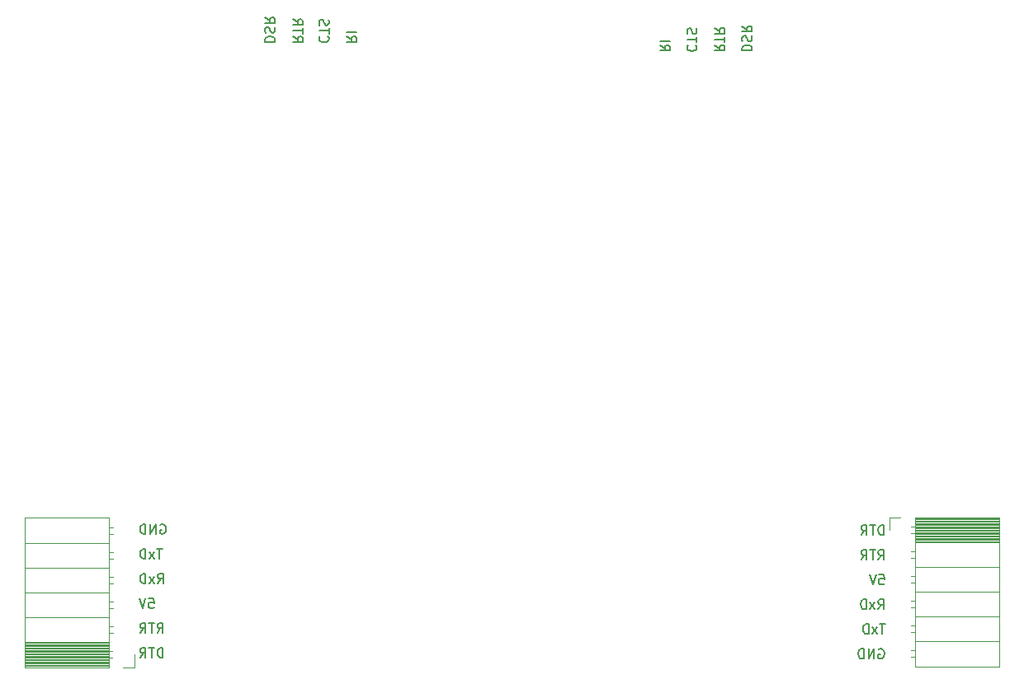
<source format=gbr>
G04 #@! TF.GenerationSoftware,KiCad,Pcbnew,5.1.9-73d0e3b20d~88~ubuntu20.04.1*
G04 #@! TF.CreationDate,2021-03-17T08:49:08+01:00*
G04 #@! TF.ProjectId,rs232-sniffer,72733233-322d-4736-9e69-666665722e6b,V20.0.1*
G04 #@! TF.SameCoordinates,PX206cc80PY7bfa480*
G04 #@! TF.FileFunction,Legend,Bot*
G04 #@! TF.FilePolarity,Positive*
%FSLAX46Y46*%
G04 Gerber Fmt 4.6, Leading zero omitted, Abs format (unit mm)*
G04 Created by KiCad (PCBNEW 5.1.9-73d0e3b20d~88~ubuntu20.04.1) date 2021-03-17 08:49:08*
%MOMM*%
%LPD*%
G01*
G04 APERTURE LIST*
%ADD10C,0.200000*%
%ADD11C,0.120000*%
G04 APERTURE END LIST*
D10*
X15561904Y32800000D02*
X15657142Y32847620D01*
X15800000Y32847620D01*
X15942857Y32800000D01*
X16038095Y32704762D01*
X16085714Y32609524D01*
X16133333Y32419048D01*
X16133333Y32276191D01*
X16085714Y32085715D01*
X16038095Y31990477D01*
X15942857Y31895239D01*
X15800000Y31847620D01*
X15704761Y31847620D01*
X15561904Y31895239D01*
X15514285Y31942858D01*
X15514285Y32276191D01*
X15704761Y32276191D01*
X15085714Y31847620D02*
X15085714Y32847620D01*
X14514285Y31847620D01*
X14514285Y32847620D01*
X14038095Y31847620D02*
X14038095Y32847620D01*
X13800000Y32847620D01*
X13657142Y32800000D01*
X13561904Y32704762D01*
X13514285Y32609524D01*
X13466666Y32419048D01*
X13466666Y32276191D01*
X13514285Y32085715D01*
X13561904Y31990477D01*
X13657142Y31895239D01*
X13800000Y31847620D01*
X14038095Y31847620D01*
X14371428Y25227620D02*
X14847618Y25227620D01*
X14895237Y24751429D01*
X14847618Y24799048D01*
X14752380Y24846667D01*
X14514285Y24846667D01*
X14419047Y24799048D01*
X14371428Y24751429D01*
X14323809Y24656191D01*
X14323809Y24418096D01*
X14371428Y24322858D01*
X14419047Y24275239D01*
X14514285Y24227620D01*
X14752380Y24227620D01*
X14847618Y24275239D01*
X14895237Y24322858D01*
X14038094Y25227620D02*
X13704761Y24227620D01*
X13371428Y25227620D01*
X15228571Y21687620D02*
X15561904Y22163810D01*
X15800000Y21687620D02*
X15800000Y22687620D01*
X15419047Y22687620D01*
X15323809Y22640000D01*
X15276190Y22592381D01*
X15228571Y22497143D01*
X15228571Y22354286D01*
X15276190Y22259048D01*
X15323809Y22211429D01*
X15419047Y22163810D01*
X15800000Y22163810D01*
X14942857Y22687620D02*
X14371428Y22687620D01*
X14657143Y21687620D02*
X14657143Y22687620D01*
X13466666Y21687620D02*
X13800000Y22163810D01*
X14038095Y21687620D02*
X14038095Y22687620D01*
X13657143Y22687620D01*
X13561904Y22640000D01*
X13514285Y22592381D01*
X13466666Y22497143D01*
X13466666Y22354286D01*
X13514285Y22259048D01*
X13561904Y22211429D01*
X13657143Y22163810D01*
X14038095Y22163810D01*
X15276190Y26767620D02*
X15609523Y27243810D01*
X15847618Y26767620D02*
X15847618Y27767620D01*
X15466666Y27767620D01*
X15371428Y27720000D01*
X15323809Y27672381D01*
X15276190Y27577143D01*
X15276190Y27434286D01*
X15323809Y27339048D01*
X15371428Y27291429D01*
X15466666Y27243810D01*
X15847618Y27243810D01*
X14942856Y26767620D02*
X14419047Y27434286D01*
X14942856Y27434286D02*
X14419047Y26767620D01*
X14038094Y26767620D02*
X14038094Y27767620D01*
X13799999Y27767620D01*
X13657142Y27720000D01*
X13561904Y27624762D01*
X13514285Y27529524D01*
X13466666Y27339048D01*
X13466666Y27196191D01*
X13514285Y27005715D01*
X13561904Y26910477D01*
X13657142Y26815239D01*
X13799999Y26767620D01*
X14038094Y26767620D01*
X15752381Y30307620D02*
X15180952Y30307620D01*
X15466666Y29307620D02*
X15466666Y30307620D01*
X14942857Y29307620D02*
X14419047Y29974286D01*
X14942857Y29974286D02*
X14419047Y29307620D01*
X14038095Y29307620D02*
X14038095Y30307620D01*
X13800000Y30307620D01*
X13657143Y30260000D01*
X13561905Y30164762D01*
X13514285Y30069524D01*
X13466666Y29879048D01*
X13466666Y29736191D01*
X13514285Y29545715D01*
X13561905Y29450477D01*
X13657143Y29355239D01*
X13800000Y29307620D01*
X14038095Y29307620D01*
X15800000Y19147620D02*
X15800000Y20147620D01*
X15561904Y20147620D01*
X15419047Y20100000D01*
X15323809Y20004762D01*
X15276190Y19909524D01*
X15228571Y19719048D01*
X15228571Y19576191D01*
X15276190Y19385715D01*
X15323809Y19290477D01*
X15419047Y19195239D01*
X15561904Y19147620D01*
X15800000Y19147620D01*
X14942857Y20147620D02*
X14371428Y20147620D01*
X14657143Y19147620D02*
X14657143Y20147620D01*
X13466666Y19147620D02*
X13800000Y19623810D01*
X14038095Y19147620D02*
X14038095Y20147620D01*
X13657143Y20147620D01*
X13561904Y20100000D01*
X13514285Y20052381D01*
X13466666Y19957143D01*
X13466666Y19814286D01*
X13514285Y19719048D01*
X13561904Y19671429D01*
X13657143Y19623810D01*
X14038095Y19623810D01*
X89261904Y20000000D02*
X89357142Y20047620D01*
X89500000Y20047620D01*
X89642857Y20000000D01*
X89738095Y19904762D01*
X89785714Y19809524D01*
X89833333Y19619048D01*
X89833333Y19476191D01*
X89785714Y19285715D01*
X89738095Y19190477D01*
X89642857Y19095239D01*
X89500000Y19047620D01*
X89404761Y19047620D01*
X89261904Y19095239D01*
X89214285Y19142858D01*
X89214285Y19476191D01*
X89404761Y19476191D01*
X88785714Y19047620D02*
X88785714Y20047620D01*
X88214285Y19047620D01*
X88214285Y20047620D01*
X87738095Y19047620D02*
X87738095Y20047620D01*
X87500000Y20047620D01*
X87357142Y20000000D01*
X87261904Y19904762D01*
X87214285Y19809524D01*
X87166666Y19619048D01*
X87166666Y19476191D01*
X87214285Y19285715D01*
X87261904Y19190477D01*
X87357142Y19095239D01*
X87500000Y19047620D01*
X87738095Y19047620D01*
X89928571Y22587620D02*
X89357142Y22587620D01*
X89642856Y21587620D02*
X89642856Y22587620D01*
X89119047Y21587620D02*
X88595237Y22254286D01*
X89119047Y22254286D02*
X88595237Y21587620D01*
X88214285Y21587620D02*
X88214285Y22587620D01*
X87976190Y22587620D01*
X87833333Y22540000D01*
X87738095Y22444762D01*
X87690475Y22349524D01*
X87642856Y22159048D01*
X87642856Y22016191D01*
X87690475Y21825715D01*
X87738095Y21730477D01*
X87833333Y21635239D01*
X87976190Y21587620D01*
X88214285Y21587620D01*
X89214286Y24127620D02*
X89547619Y24603810D01*
X89785714Y24127620D02*
X89785714Y25127620D01*
X89404762Y25127620D01*
X89309524Y25080000D01*
X89261905Y25032381D01*
X89214286Y24937143D01*
X89214286Y24794286D01*
X89261905Y24699048D01*
X89309524Y24651429D01*
X89404762Y24603810D01*
X89785714Y24603810D01*
X88880952Y24127620D02*
X88357143Y24794286D01*
X88880952Y24794286D02*
X88357143Y24127620D01*
X87976190Y24127620D02*
X87976190Y25127620D01*
X87738095Y25127620D01*
X87595238Y25080000D01*
X87500000Y24984762D01*
X87452381Y24889524D01*
X87404762Y24699048D01*
X87404762Y24556191D01*
X87452381Y24365715D01*
X87500000Y24270477D01*
X87595238Y24175239D01*
X87738095Y24127620D01*
X87976190Y24127620D01*
X89309524Y27667620D02*
X89785714Y27667620D01*
X89833333Y27191429D01*
X89785714Y27239048D01*
X89690476Y27286667D01*
X89452381Y27286667D01*
X89357143Y27239048D01*
X89309524Y27191429D01*
X89261905Y27096191D01*
X89261905Y26858096D01*
X89309524Y26762858D01*
X89357143Y26715239D01*
X89452381Y26667620D01*
X89690476Y26667620D01*
X89785714Y26715239D01*
X89833333Y26762858D01*
X88976190Y27667620D02*
X88642857Y26667620D01*
X88309524Y27667620D01*
X89214285Y29207620D02*
X89547618Y29683810D01*
X89785714Y29207620D02*
X89785714Y30207620D01*
X89404761Y30207620D01*
X89309523Y30160000D01*
X89261904Y30112381D01*
X89214285Y30017143D01*
X89214285Y29874286D01*
X89261904Y29779048D01*
X89309523Y29731429D01*
X89404761Y29683810D01*
X89785714Y29683810D01*
X88928571Y30207620D02*
X88357142Y30207620D01*
X88642857Y29207620D02*
X88642857Y30207620D01*
X87452380Y29207620D02*
X87785714Y29683810D01*
X88023809Y29207620D02*
X88023809Y30207620D01*
X87642857Y30207620D01*
X87547618Y30160000D01*
X87499999Y30112381D01*
X87452380Y30017143D01*
X87452380Y29874286D01*
X87499999Y29779048D01*
X87547618Y29731429D01*
X87642857Y29683810D01*
X88023809Y29683810D01*
X89785714Y31747620D02*
X89785714Y32747620D01*
X89547618Y32747620D01*
X89404761Y32700000D01*
X89309523Y32604762D01*
X89261904Y32509524D01*
X89214285Y32319048D01*
X89214285Y32176191D01*
X89261904Y31985715D01*
X89309523Y31890477D01*
X89404761Y31795239D01*
X89547618Y31747620D01*
X89785714Y31747620D01*
X88928571Y32747620D02*
X88357142Y32747620D01*
X88642857Y31747620D02*
X88642857Y32747620D01*
X87452380Y31747620D02*
X87785714Y32223810D01*
X88023809Y31747620D02*
X88023809Y32747620D01*
X87642857Y32747620D01*
X87547618Y32700000D01*
X87499999Y32652381D01*
X87452380Y32557143D01*
X87452380Y32414286D01*
X87499999Y32319048D01*
X87547618Y32271429D01*
X87642857Y32223810D01*
X88023809Y32223810D01*
X75247619Y81507143D02*
X76247619Y81507143D01*
X76247619Y81745238D01*
X76200000Y81888096D01*
X76104761Y81983334D01*
X76009523Y82030953D01*
X75819047Y82078572D01*
X75676190Y82078572D01*
X75485714Y82030953D01*
X75390476Y81983334D01*
X75295238Y81888096D01*
X75247619Y81745238D01*
X75247619Y81507143D01*
X75295238Y82459524D02*
X75247619Y82602381D01*
X75247619Y82840477D01*
X75295238Y82935715D01*
X75342857Y82983334D01*
X75438095Y83030953D01*
X75533333Y83030953D01*
X75628571Y82983334D01*
X75676190Y82935715D01*
X75723809Y82840477D01*
X75771428Y82650000D01*
X75819047Y82554762D01*
X75866666Y82507143D01*
X75961904Y82459524D01*
X76057142Y82459524D01*
X76152380Y82507143D01*
X76200000Y82554762D01*
X76247619Y82650000D01*
X76247619Y82888096D01*
X76200000Y83030953D01*
X75247619Y84030953D02*
X75723809Y83697619D01*
X75247619Y83459524D02*
X76247619Y83459524D01*
X76247619Y83840477D01*
X76200000Y83935715D01*
X76152380Y83983334D01*
X76057142Y84030953D01*
X75914285Y84030953D01*
X75819047Y83983334D01*
X75771428Y83935715D01*
X75723809Y83840477D01*
X75723809Y83459524D01*
X72447619Y82078572D02*
X72923809Y81745239D01*
X72447619Y81507143D02*
X73447619Y81507143D01*
X73447619Y81888096D01*
X73400000Y81983334D01*
X73352380Y82030953D01*
X73257142Y82078572D01*
X73114285Y82078572D01*
X73019047Y82030953D01*
X72971428Y81983334D01*
X72923809Y81888096D01*
X72923809Y81507143D01*
X73447619Y82364286D02*
X73447619Y82935715D01*
X72447619Y82650000D02*
X73447619Y82650000D01*
X72447619Y83840477D02*
X72923809Y83507143D01*
X72447619Y83269048D02*
X73447619Y83269048D01*
X73447619Y83650000D01*
X73400000Y83745239D01*
X73352380Y83792858D01*
X73257142Y83840477D01*
X73114285Y83840477D01*
X73019047Y83792858D01*
X72971428Y83745239D01*
X72923809Y83650000D01*
X72923809Y83269048D01*
X69692857Y82078571D02*
X69645238Y82030952D01*
X69597619Y81888095D01*
X69597619Y81792857D01*
X69645238Y81650000D01*
X69740476Y81554762D01*
X69835714Y81507143D01*
X70026190Y81459524D01*
X70169047Y81459524D01*
X70359523Y81507143D01*
X70454761Y81554762D01*
X70550000Y81650000D01*
X70597619Y81792857D01*
X70597619Y81888095D01*
X70550000Y82030952D01*
X70502380Y82078571D01*
X70597619Y82364286D02*
X70597619Y82935714D01*
X69597619Y82650000D02*
X70597619Y82650000D01*
X69645238Y83221429D02*
X69597619Y83364286D01*
X69597619Y83602381D01*
X69645238Y83697619D01*
X69692857Y83745238D01*
X69788095Y83792857D01*
X69883333Y83792857D01*
X69978571Y83745238D01*
X70026190Y83697619D01*
X70073809Y83602381D01*
X70121428Y83411905D01*
X70169047Y83316667D01*
X70216666Y83269048D01*
X70311904Y83221429D01*
X70407142Y83221429D01*
X70502380Y83269048D01*
X70550000Y83316667D01*
X70597619Y83411905D01*
X70597619Y83650000D01*
X70550000Y83792857D01*
X66847619Y82078571D02*
X67323809Y81745238D01*
X66847619Y81507142D02*
X67847619Y81507142D01*
X67847619Y81888095D01*
X67800000Y81983333D01*
X67752380Y82030952D01*
X67657142Y82078571D01*
X67514285Y82078571D01*
X67419047Y82030952D01*
X67371428Y81983333D01*
X67323809Y81888095D01*
X67323809Y81507142D01*
X66847619Y82507142D02*
X67847619Y82507142D01*
X34697619Y82978571D02*
X35173809Y82645238D01*
X34697619Y82407142D02*
X35697619Y82407142D01*
X35697619Y82788095D01*
X35650000Y82883333D01*
X35602380Y82930952D01*
X35507142Y82978571D01*
X35364285Y82978571D01*
X35269047Y82930952D01*
X35221428Y82883333D01*
X35173809Y82788095D01*
X35173809Y82407142D01*
X34697619Y83407142D02*
X35697619Y83407142D01*
X31942857Y82978571D02*
X31895238Y82930952D01*
X31847619Y82788095D01*
X31847619Y82692857D01*
X31895238Y82550000D01*
X31990476Y82454762D01*
X32085714Y82407143D01*
X32276190Y82359524D01*
X32419047Y82359524D01*
X32609523Y82407143D01*
X32704761Y82454762D01*
X32800000Y82550000D01*
X32847619Y82692857D01*
X32847619Y82788095D01*
X32800000Y82930952D01*
X32752380Y82978571D01*
X32847619Y83264286D02*
X32847619Y83835714D01*
X31847619Y83550000D02*
X32847619Y83550000D01*
X31895238Y84121429D02*
X31847619Y84264286D01*
X31847619Y84502381D01*
X31895238Y84597619D01*
X31942857Y84645238D01*
X32038095Y84692857D01*
X32133333Y84692857D01*
X32228571Y84645238D01*
X32276190Y84597619D01*
X32323809Y84502381D01*
X32371428Y84311905D01*
X32419047Y84216667D01*
X32466666Y84169048D01*
X32561904Y84121429D01*
X32657142Y84121429D01*
X32752380Y84169048D01*
X32800000Y84216667D01*
X32847619Y84311905D01*
X32847619Y84550000D01*
X32800000Y84692857D01*
X29147619Y82978572D02*
X29623809Y82645239D01*
X29147619Y82407143D02*
X30147619Y82407143D01*
X30147619Y82788096D01*
X30100000Y82883334D01*
X30052380Y82930953D01*
X29957142Y82978572D01*
X29814285Y82978572D01*
X29719047Y82930953D01*
X29671428Y82883334D01*
X29623809Y82788096D01*
X29623809Y82407143D01*
X30147619Y83264286D02*
X30147619Y83835715D01*
X29147619Y83550000D02*
X30147619Y83550000D01*
X29147619Y84740477D02*
X29623809Y84407143D01*
X29147619Y84169048D02*
X30147619Y84169048D01*
X30147619Y84550000D01*
X30100000Y84645239D01*
X30052380Y84692858D01*
X29957142Y84740477D01*
X29814285Y84740477D01*
X29719047Y84692858D01*
X29671428Y84645239D01*
X29623809Y84550000D01*
X29623809Y84169048D01*
X26297619Y82407143D02*
X27297619Y82407143D01*
X27297619Y82645238D01*
X27250000Y82788096D01*
X27154761Y82883334D01*
X27059523Y82930953D01*
X26869047Y82978572D01*
X26726190Y82978572D01*
X26535714Y82930953D01*
X26440476Y82883334D01*
X26345238Y82788096D01*
X26297619Y82645238D01*
X26297619Y82407143D01*
X26345238Y83359524D02*
X26297619Y83502381D01*
X26297619Y83740477D01*
X26345238Y83835715D01*
X26392857Y83883334D01*
X26488095Y83930953D01*
X26583333Y83930953D01*
X26678571Y83883334D01*
X26726190Y83835715D01*
X26773809Y83740477D01*
X26821428Y83550000D01*
X26869047Y83454762D01*
X26916666Y83407143D01*
X27011904Y83359524D01*
X27107142Y83359524D01*
X27202380Y83407143D01*
X27250000Y83454762D01*
X27297619Y83550000D01*
X27297619Y83788096D01*
X27250000Y83930953D01*
X26297619Y84930953D02*
X26773809Y84597619D01*
X26297619Y84359524D02*
X27297619Y84359524D01*
X27297619Y84740477D01*
X27250000Y84835715D01*
X27202380Y84883334D01*
X27107142Y84930953D01*
X26964285Y84930953D01*
X26869047Y84883334D01*
X26821428Y84835715D01*
X26773809Y84740477D01*
X26773809Y84359524D01*
D11*
X11750000Y18170000D02*
X12860000Y18170000D01*
X12860000Y18170000D02*
X12860000Y19500000D01*
X1660000Y18170000D02*
X1660000Y33530000D01*
X1660000Y33530000D02*
X10290000Y33530000D01*
X10290000Y18170000D02*
X10290000Y33530000D01*
X1660000Y18170000D02*
X10290000Y18170000D01*
X1660000Y30930000D02*
X10290000Y30930000D01*
X1660000Y28390000D02*
X10290000Y28390000D01*
X1660000Y25850000D02*
X10290000Y25850000D01*
X1660000Y23310000D02*
X10290000Y23310000D01*
X1660000Y20770000D02*
X10290000Y20770000D01*
X10290000Y32560000D02*
X10700000Y32560000D01*
X10290000Y31840000D02*
X10700000Y31840000D01*
X10290000Y30020000D02*
X10700000Y30020000D01*
X10290000Y29300000D02*
X10700000Y29300000D01*
X10290000Y27480000D02*
X10700000Y27480000D01*
X10290000Y26760000D02*
X10700000Y26760000D01*
X10290000Y24940000D02*
X10700000Y24940000D01*
X10290000Y24220000D02*
X10700000Y24220000D01*
X10290000Y22400000D02*
X10700000Y22400000D01*
X10290000Y21680000D02*
X10700000Y21680000D01*
X10290000Y19860000D02*
X10640000Y19860000D01*
X10290000Y19140000D02*
X10640000Y19140000D01*
X1660000Y20651900D02*
X10290000Y20651900D01*
X1660000Y20533805D02*
X10290000Y20533805D01*
X1660000Y20415710D02*
X10290000Y20415710D01*
X1660000Y20297615D02*
X10290000Y20297615D01*
X1660000Y20179520D02*
X10290000Y20179520D01*
X1660000Y20061425D02*
X10290000Y20061425D01*
X1660000Y19943330D02*
X10290000Y19943330D01*
X1660000Y19825235D02*
X10290000Y19825235D01*
X1660000Y19707140D02*
X10290000Y19707140D01*
X1660000Y19589045D02*
X10290000Y19589045D01*
X1660000Y19470950D02*
X10290000Y19470950D01*
X1660000Y19352855D02*
X10290000Y19352855D01*
X1660000Y19234760D02*
X10290000Y19234760D01*
X1660000Y19116665D02*
X10290000Y19116665D01*
X1660000Y18998570D02*
X10290000Y18998570D01*
X1660000Y18880475D02*
X10290000Y18880475D01*
X1660000Y18762380D02*
X10290000Y18762380D01*
X1660000Y18644285D02*
X10290000Y18644285D01*
X1660000Y18526190D02*
X10290000Y18526190D01*
X1660000Y18408095D02*
X10290000Y18408095D01*
X1660000Y18290000D02*
X10290000Y18290000D01*
X91500000Y33580000D02*
X90390000Y33580000D01*
X90390000Y33580000D02*
X90390000Y32250000D01*
X101590000Y33580000D02*
X101590000Y18220000D01*
X101590000Y18220000D02*
X92960000Y18220000D01*
X92960000Y33580000D02*
X92960000Y18220000D01*
X101590000Y33580000D02*
X92960000Y33580000D01*
X101590000Y20820000D02*
X92960000Y20820000D01*
X101590000Y23360000D02*
X92960000Y23360000D01*
X101590000Y25900000D02*
X92960000Y25900000D01*
X101590000Y28440000D02*
X92960000Y28440000D01*
X101590000Y30980000D02*
X92960000Y30980000D01*
X92960000Y19190000D02*
X92550000Y19190000D01*
X92960000Y19910000D02*
X92550000Y19910000D01*
X92960000Y21730000D02*
X92550000Y21730000D01*
X92960000Y22450000D02*
X92550000Y22450000D01*
X92960000Y24270000D02*
X92550000Y24270000D01*
X92960000Y24990000D02*
X92550000Y24990000D01*
X92960000Y26810000D02*
X92550000Y26810000D01*
X92960000Y27530000D02*
X92550000Y27530000D01*
X92960000Y29350000D02*
X92550000Y29350000D01*
X92960000Y30070000D02*
X92550000Y30070000D01*
X92960000Y31890000D02*
X92610000Y31890000D01*
X92960000Y32610000D02*
X92610000Y32610000D01*
X101590000Y31098100D02*
X92960000Y31098100D01*
X101590000Y31216195D02*
X92960000Y31216195D01*
X101590000Y31334290D02*
X92960000Y31334290D01*
X101590000Y31452385D02*
X92960000Y31452385D01*
X101590000Y31570480D02*
X92960000Y31570480D01*
X101590000Y31688575D02*
X92960000Y31688575D01*
X101590000Y31806670D02*
X92960000Y31806670D01*
X101590000Y31924765D02*
X92960000Y31924765D01*
X101590000Y32042860D02*
X92960000Y32042860D01*
X101590000Y32160955D02*
X92960000Y32160955D01*
X101590000Y32279050D02*
X92960000Y32279050D01*
X101590000Y32397145D02*
X92960000Y32397145D01*
X101590000Y32515240D02*
X92960000Y32515240D01*
X101590000Y32633335D02*
X92960000Y32633335D01*
X101590000Y32751430D02*
X92960000Y32751430D01*
X101590000Y32869525D02*
X92960000Y32869525D01*
X101590000Y32987620D02*
X92960000Y32987620D01*
X101590000Y33105715D02*
X92960000Y33105715D01*
X101590000Y33223810D02*
X92960000Y33223810D01*
X101590000Y33341905D02*
X92960000Y33341905D01*
X101590000Y33460000D02*
X92960000Y33460000D01*
M02*

</source>
